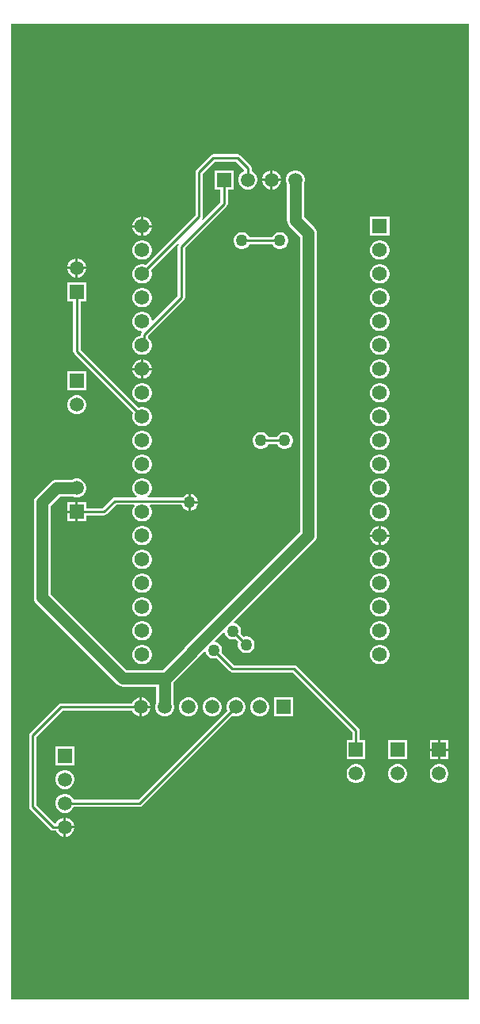
<source format=gbl>
G04*
G04 #@! TF.GenerationSoftware,Altium Limited,Altium Designer,23.3.1 (30)*
G04*
G04 Layer_Physical_Order=2*
G04 Layer_Color=16711680*
%FSLAX25Y25*%
%MOIN*%
G70*
G04*
G04 #@! TF.SameCoordinates,3938952C-0909-4C2D-B6D7-9D2AFB1CA47D*
G04*
G04*
G04 #@! TF.FilePolarity,Positive*
G04*
G01*
G75*
%ADD11C,0.01000*%
%ADD21C,0.05000*%
%ADD22C,0.06142*%
%ADD23R,0.06142X0.06142*%
%ADD24R,0.05906X0.05906*%
%ADD25C,0.05906*%
%ADD26R,0.05906X0.05906*%
%ADD27C,0.05000*%
G36*
X647500Y85000D02*
X455000D01*
Y495000D01*
X647500D01*
Y85000D01*
D02*
G37*
%LPC*%
G36*
X565020Y433453D02*
X565000D01*
Y430000D01*
X568453D01*
Y430020D01*
X568183Y431026D01*
X567663Y431927D01*
X566927Y432663D01*
X566026Y433183D01*
X565020Y433453D01*
D02*
G37*
G36*
X564000D02*
X563980D01*
X562974Y433183D01*
X562073Y432663D01*
X561337Y431927D01*
X560817Y431026D01*
X560547Y430020D01*
Y430000D01*
X564000D01*
Y433453D01*
D02*
G37*
G36*
X568453Y429000D02*
X565000D01*
Y425547D01*
X565020D01*
X566026Y425817D01*
X566927Y426337D01*
X567663Y427073D01*
X568183Y427974D01*
X568453Y428980D01*
Y429000D01*
D02*
G37*
G36*
X564000D02*
X560547D01*
Y428980D01*
X560817Y427974D01*
X561337Y427073D01*
X562073Y426337D01*
X562974Y425817D01*
X563980Y425547D01*
X564000D01*
Y429000D01*
D02*
G37*
G36*
X550265Y440265D02*
X540000D01*
X539415Y440148D01*
X538918Y439817D01*
X532919Y433817D01*
X532587Y433321D01*
X532471Y432735D01*
Y414634D01*
X511609Y393772D01*
X511571Y393793D01*
X510536Y394071D01*
X509464D01*
X508429Y393793D01*
X507500Y393257D01*
X506742Y392500D01*
X506207Y391571D01*
X505929Y390536D01*
Y389464D01*
X506207Y388429D01*
X506742Y387500D01*
X507500Y386742D01*
X508429Y386207D01*
X509464Y385929D01*
X510536D01*
X511571Y386207D01*
X512500Y386742D01*
X513258Y387500D01*
X513793Y388429D01*
X514071Y389464D01*
Y390536D01*
X513793Y391571D01*
X513772Y391609D01*
X524979Y402817D01*
X525368Y402498D01*
X525103Y402101D01*
X524986Y401515D01*
Y380685D01*
X514533Y370232D01*
X514071Y370423D01*
Y370536D01*
X513793Y371571D01*
X513258Y372500D01*
X512500Y373257D01*
X511571Y373793D01*
X510536Y374071D01*
X509464D01*
X508429Y373793D01*
X507500Y373257D01*
X506742Y372500D01*
X506207Y371571D01*
X505929Y370536D01*
Y369464D01*
X506207Y368429D01*
X506742Y367500D01*
X507500Y366742D01*
X508429Y366207D01*
X509464Y365929D01*
X509562D01*
X509788Y365429D01*
X509571Y365105D01*
X509454Y364520D01*
Y364068D01*
X508429Y363793D01*
X507500Y363258D01*
X506742Y362500D01*
X506207Y361571D01*
X505929Y360536D01*
Y359464D01*
X506207Y358429D01*
X506742Y357500D01*
X507500Y356743D01*
X508429Y356207D01*
X509464Y355929D01*
X510536D01*
X511571Y356207D01*
X512500Y356743D01*
X513258Y357500D01*
X513793Y358429D01*
X514071Y359464D01*
Y360536D01*
X513793Y361571D01*
X513258Y362500D01*
X512513Y363244D01*
Y363886D01*
X527597Y378970D01*
X527928Y379466D01*
X528045Y380051D01*
Y400882D01*
X545581Y418419D01*
X545913Y418915D01*
X546029Y419500D01*
Y425547D01*
X548453D01*
Y433453D01*
X540547D01*
Y425547D01*
X542971D01*
Y420133D01*
X535536Y412699D01*
X535148Y413018D01*
X535413Y413415D01*
X535529Y414000D01*
Y432102D01*
X540633Y437206D01*
X549631D01*
X552971Y433867D01*
Y433181D01*
X552073Y432663D01*
X551337Y431927D01*
X550817Y431026D01*
X550547Y430020D01*
Y428980D01*
X550817Y427974D01*
X551337Y427073D01*
X552073Y426337D01*
X552974Y425817D01*
X553980Y425547D01*
X555020D01*
X556026Y425817D01*
X556927Y426337D01*
X557663Y427073D01*
X558183Y427974D01*
X558453Y428980D01*
Y430020D01*
X558183Y431026D01*
X557663Y431927D01*
X556927Y432663D01*
X556029Y433181D01*
Y434500D01*
X555913Y435085D01*
X555581Y435581D01*
X551346Y439817D01*
X550850Y440148D01*
X550265Y440265D01*
D02*
G37*
G36*
X510536Y414071D02*
X510500D01*
Y410500D01*
X514071D01*
Y410536D01*
X513793Y411571D01*
X513258Y412500D01*
X512500Y413258D01*
X511571Y413793D01*
X510536Y414071D01*
D02*
G37*
G36*
X509500D02*
X509464D01*
X508429Y413793D01*
X507500Y413258D01*
X506742Y412500D01*
X506207Y411571D01*
X505929Y410536D01*
Y410500D01*
X509500D01*
Y414071D01*
D02*
G37*
G36*
X614071D02*
X605929D01*
Y405929D01*
X614071D01*
Y414071D01*
D02*
G37*
G36*
X514071Y409500D02*
X510500D01*
Y405929D01*
X510536D01*
X511571Y406207D01*
X512500Y406742D01*
X513258Y407500D01*
X513793Y408429D01*
X514071Y409464D01*
Y409500D01*
D02*
G37*
G36*
X509500D02*
X505929D01*
Y409464D01*
X506207Y408429D01*
X506742Y407500D01*
X507500Y406742D01*
X508429Y406207D01*
X509464Y405929D01*
X509500D01*
Y409500D01*
D02*
G37*
G36*
X568461Y407500D02*
X567539D01*
X566649Y407262D01*
X565851Y406801D01*
X565199Y406149D01*
X564842Y405529D01*
X555159D01*
X554801Y406149D01*
X554149Y406801D01*
X553351Y407262D01*
X552461Y407500D01*
X551539D01*
X550649Y407262D01*
X549851Y406801D01*
X549199Y406149D01*
X548738Y405351D01*
X548500Y404461D01*
Y403539D01*
X548738Y402649D01*
X549199Y401851D01*
X549851Y401199D01*
X550649Y400738D01*
X551539Y400500D01*
X552461D01*
X553351Y400738D01*
X554149Y401199D01*
X554801Y401851D01*
X555159Y402471D01*
X564842D01*
X565199Y401851D01*
X565851Y401199D01*
X566649Y400738D01*
X567539Y400500D01*
X568461D01*
X569351Y400738D01*
X570149Y401199D01*
X570801Y401851D01*
X571262Y402649D01*
X571500Y403539D01*
Y404461D01*
X571262Y405351D01*
X570801Y406149D01*
X570149Y406801D01*
X569351Y407262D01*
X568461Y407500D01*
D02*
G37*
G36*
X610536Y404071D02*
X609464D01*
X608429Y403793D01*
X607500Y403258D01*
X606742Y402500D01*
X606207Y401571D01*
X605929Y400536D01*
Y399464D01*
X606207Y398429D01*
X606742Y397500D01*
X607500Y396743D01*
X608429Y396207D01*
X609464Y395929D01*
X610536D01*
X611571Y396207D01*
X612500Y396743D01*
X613258Y397500D01*
X613793Y398429D01*
X614071Y399464D01*
Y400536D01*
X613793Y401571D01*
X613258Y402500D01*
X612500Y403258D01*
X611571Y403793D01*
X610536Y404071D01*
D02*
G37*
G36*
X510536D02*
X509464D01*
X508429Y403793D01*
X507500Y403258D01*
X506742Y402500D01*
X506207Y401571D01*
X505929Y400536D01*
Y399464D01*
X506207Y398429D01*
X506742Y397500D01*
X507500Y396743D01*
X508429Y396207D01*
X509464Y395929D01*
X510536D01*
X511571Y396207D01*
X512500Y396743D01*
X513258Y397500D01*
X513793Y398429D01*
X514071Y399464D01*
Y400536D01*
X513793Y401571D01*
X513258Y402500D01*
X512500Y403258D01*
X511571Y403793D01*
X510536Y404071D01*
D02*
G37*
G36*
X483020Y396453D02*
X483000D01*
Y393000D01*
X486453D01*
Y393020D01*
X486183Y394026D01*
X485663Y394927D01*
X484927Y395663D01*
X484026Y396183D01*
X483020Y396453D01*
D02*
G37*
G36*
X482000D02*
X481980D01*
X480974Y396183D01*
X480073Y395663D01*
X479337Y394927D01*
X478817Y394026D01*
X478547Y393020D01*
Y393000D01*
X482000D01*
Y396453D01*
D02*
G37*
G36*
X486453Y392000D02*
X483000D01*
Y388547D01*
X483020D01*
X484026Y388817D01*
X484927Y389337D01*
X485663Y390073D01*
X486183Y390974D01*
X486453Y391980D01*
Y392000D01*
D02*
G37*
G36*
X482000D02*
X478547D01*
Y391980D01*
X478817Y390974D01*
X479337Y390073D01*
X480073Y389337D01*
X480974Y388817D01*
X481980Y388547D01*
X482000D01*
Y392000D01*
D02*
G37*
G36*
X610536Y394071D02*
X609464D01*
X608429Y393793D01*
X607500Y393257D01*
X606742Y392500D01*
X606207Y391571D01*
X605929Y390536D01*
Y389464D01*
X606207Y388429D01*
X606742Y387500D01*
X607500Y386742D01*
X608429Y386207D01*
X609464Y385929D01*
X610536D01*
X611571Y386207D01*
X612500Y386742D01*
X613258Y387500D01*
X613793Y388429D01*
X614071Y389464D01*
Y390536D01*
X613793Y391571D01*
X613258Y392500D01*
X612500Y393257D01*
X611571Y393793D01*
X610536Y394071D01*
D02*
G37*
G36*
Y384071D02*
X609464D01*
X608429Y383793D01*
X607500Y383258D01*
X606742Y382500D01*
X606207Y381571D01*
X605929Y380536D01*
Y379464D01*
X606207Y378429D01*
X606742Y377500D01*
X607500Y376743D01*
X608429Y376207D01*
X609464Y375929D01*
X610536D01*
X611571Y376207D01*
X612500Y376743D01*
X613258Y377500D01*
X613793Y378429D01*
X614071Y379464D01*
Y380536D01*
X613793Y381571D01*
X613258Y382500D01*
X612500Y383258D01*
X611571Y383793D01*
X610536Y384071D01*
D02*
G37*
G36*
X510536D02*
X509464D01*
X508429Y383793D01*
X507500Y383258D01*
X506742Y382500D01*
X506207Y381571D01*
X505929Y380536D01*
Y379464D01*
X506207Y378429D01*
X506742Y377500D01*
X507500Y376743D01*
X508429Y376207D01*
X509464Y375929D01*
X510536D01*
X511571Y376207D01*
X512500Y376743D01*
X513258Y377500D01*
X513793Y378429D01*
X514071Y379464D01*
Y380536D01*
X513793Y381571D01*
X513258Y382500D01*
X512500Y383258D01*
X511571Y383793D01*
X510536Y384071D01*
D02*
G37*
G36*
X610536Y374071D02*
X609464D01*
X608429Y373793D01*
X607500Y373257D01*
X606742Y372500D01*
X606207Y371571D01*
X605929Y370536D01*
Y369464D01*
X606207Y368429D01*
X606742Y367500D01*
X607500Y366742D01*
X608429Y366207D01*
X609464Y365929D01*
X610536D01*
X611571Y366207D01*
X612500Y366742D01*
X613258Y367500D01*
X613793Y368429D01*
X614071Y369464D01*
Y370536D01*
X613793Y371571D01*
X613258Y372500D01*
X612500Y373257D01*
X611571Y373793D01*
X610536Y374071D01*
D02*
G37*
G36*
Y364071D02*
X609464D01*
X608429Y363793D01*
X607500Y363258D01*
X606742Y362500D01*
X606207Y361571D01*
X605929Y360536D01*
Y359464D01*
X606207Y358429D01*
X606742Y357500D01*
X607500Y356743D01*
X608429Y356207D01*
X609464Y355929D01*
X610536D01*
X611571Y356207D01*
X612500Y356743D01*
X613258Y357500D01*
X613793Y358429D01*
X614071Y359464D01*
Y360536D01*
X613793Y361571D01*
X613258Y362500D01*
X612500Y363258D01*
X611571Y363793D01*
X610536Y364071D01*
D02*
G37*
G36*
X510536Y354071D02*
X510500D01*
Y350500D01*
X514071D01*
Y350536D01*
X513793Y351571D01*
X513258Y352500D01*
X512500Y353257D01*
X511571Y353793D01*
X510536Y354071D01*
D02*
G37*
G36*
X509500D02*
X509464D01*
X508429Y353793D01*
X507500Y353257D01*
X506742Y352500D01*
X506207Y351571D01*
X505929Y350536D01*
Y350500D01*
X509500D01*
Y354071D01*
D02*
G37*
G36*
X610536D02*
X609464D01*
X608429Y353793D01*
X607500Y353257D01*
X606742Y352500D01*
X606207Y351571D01*
X605929Y350536D01*
Y349464D01*
X606207Y348429D01*
X606742Y347500D01*
X607500Y346743D01*
X608429Y346207D01*
X609464Y345929D01*
X610536D01*
X611571Y346207D01*
X612500Y346743D01*
X613258Y347500D01*
X613793Y348429D01*
X614071Y349464D01*
Y350536D01*
X613793Y351571D01*
X613258Y352500D01*
X612500Y353257D01*
X611571Y353793D01*
X610536Y354071D01*
D02*
G37*
G36*
X514071Y349500D02*
X510500D01*
Y345929D01*
X510536D01*
X511571Y346207D01*
X512500Y346743D01*
X513258Y347500D01*
X513793Y348429D01*
X514071Y349464D01*
Y349500D01*
D02*
G37*
G36*
X509500D02*
X505929D01*
Y349464D01*
X506207Y348429D01*
X506742Y347500D01*
X507500Y346743D01*
X508429Y346207D01*
X509464Y345929D01*
X509500D01*
Y349500D01*
D02*
G37*
G36*
X486453Y348953D02*
X478547D01*
Y341047D01*
X486453D01*
Y348953D01*
D02*
G37*
G36*
X610536Y344071D02*
X609464D01*
X608429Y343793D01*
X607500Y343257D01*
X606742Y342500D01*
X606207Y341571D01*
X605929Y340536D01*
Y339464D01*
X606207Y338429D01*
X606742Y337500D01*
X607500Y336742D01*
X608429Y336207D01*
X609464Y335929D01*
X610536D01*
X611571Y336207D01*
X612500Y336742D01*
X613258Y337500D01*
X613793Y338429D01*
X614071Y339464D01*
Y340536D01*
X613793Y341571D01*
X613258Y342500D01*
X612500Y343257D01*
X611571Y343793D01*
X610536Y344071D01*
D02*
G37*
G36*
X510536D02*
X509464D01*
X508429Y343793D01*
X507500Y343257D01*
X506742Y342500D01*
X506207Y341571D01*
X505929Y340536D01*
Y339464D01*
X506207Y338429D01*
X506742Y337500D01*
X507500Y336742D01*
X508429Y336207D01*
X509464Y335929D01*
X510536D01*
X511571Y336207D01*
X512500Y336742D01*
X513258Y337500D01*
X513793Y338429D01*
X514071Y339464D01*
Y340536D01*
X513793Y341571D01*
X513258Y342500D01*
X512500Y343257D01*
X511571Y343793D01*
X510536Y344071D01*
D02*
G37*
G36*
X483020Y338953D02*
X481980D01*
X480974Y338683D01*
X480073Y338163D01*
X479337Y337427D01*
X478817Y336526D01*
X478547Y335520D01*
Y334480D01*
X478817Y333474D01*
X479337Y332573D01*
X480073Y331837D01*
X480974Y331317D01*
X481980Y331047D01*
X483020D01*
X484026Y331317D01*
X484927Y331837D01*
X485663Y332573D01*
X486183Y333474D01*
X486453Y334480D01*
Y335520D01*
X486183Y336526D01*
X485663Y337427D01*
X484927Y338163D01*
X484026Y338683D01*
X483020Y338953D01*
D02*
G37*
G36*
X610536Y334071D02*
X609464D01*
X608429Y333793D01*
X607500Y333258D01*
X606742Y332500D01*
X606207Y331571D01*
X605929Y330536D01*
Y329464D01*
X606207Y328429D01*
X606742Y327500D01*
X607500Y326743D01*
X608429Y326207D01*
X609464Y325929D01*
X610536D01*
X611571Y326207D01*
X612500Y326743D01*
X613258Y327500D01*
X613793Y328429D01*
X614071Y329464D01*
Y330536D01*
X613793Y331571D01*
X613258Y332500D01*
X612500Y333258D01*
X611571Y333793D01*
X610536Y334071D01*
D02*
G37*
G36*
X486453Y386453D02*
X478547D01*
Y378547D01*
X480971D01*
Y357500D01*
X481087Y356915D01*
X481419Y356419D01*
X506228Y331609D01*
X506207Y331571D01*
X505929Y330536D01*
Y329464D01*
X506207Y328429D01*
X506742Y327500D01*
X507500Y326743D01*
X508429Y326207D01*
X509464Y325929D01*
X510536D01*
X511571Y326207D01*
X512500Y326743D01*
X513258Y327500D01*
X513793Y328429D01*
X514071Y329464D01*
Y330536D01*
X513793Y331571D01*
X513258Y332500D01*
X512500Y333258D01*
X511571Y333793D01*
X510536Y334071D01*
X509464D01*
X508429Y333793D01*
X508391Y333772D01*
X484029Y358134D01*
Y378547D01*
X486453D01*
Y386453D01*
D02*
G37*
G36*
X570461Y323500D02*
X569539D01*
X568649Y323261D01*
X567851Y322801D01*
X567199Y322149D01*
X566842Y321529D01*
X563159D01*
X562801Y322149D01*
X562149Y322801D01*
X561351Y323261D01*
X560461Y323500D01*
X559539D01*
X558649Y323261D01*
X557851Y322801D01*
X557199Y322149D01*
X556739Y321351D01*
X556500Y320461D01*
Y319539D01*
X556739Y318649D01*
X557199Y317851D01*
X557851Y317199D01*
X558649Y316739D01*
X559539Y316500D01*
X560461D01*
X561351Y316739D01*
X562149Y317199D01*
X562801Y317851D01*
X563159Y318471D01*
X566842D01*
X567199Y317851D01*
X567851Y317199D01*
X568649Y316739D01*
X569539Y316500D01*
X570461D01*
X571351Y316739D01*
X572149Y317199D01*
X572801Y317851D01*
X573261Y318649D01*
X573500Y319539D01*
Y320461D01*
X573261Y321351D01*
X572801Y322149D01*
X572149Y322801D01*
X571351Y323261D01*
X570461Y323500D01*
D02*
G37*
G36*
X610536Y324071D02*
X609464D01*
X608429Y323793D01*
X607500Y323257D01*
X606742Y322500D01*
X606207Y321571D01*
X605929Y320536D01*
Y319464D01*
X606207Y318429D01*
X606742Y317500D01*
X607500Y316742D01*
X608429Y316207D01*
X609464Y315929D01*
X610536D01*
X611571Y316207D01*
X612500Y316742D01*
X613258Y317500D01*
X613793Y318429D01*
X614071Y319464D01*
Y320536D01*
X613793Y321571D01*
X613258Y322500D01*
X612500Y323257D01*
X611571Y323793D01*
X610536Y324071D01*
D02*
G37*
G36*
X510536D02*
X509464D01*
X508429Y323793D01*
X507500Y323257D01*
X506742Y322500D01*
X506207Y321571D01*
X505929Y320536D01*
Y319464D01*
X506207Y318429D01*
X506742Y317500D01*
X507500Y316742D01*
X508429Y316207D01*
X509464Y315929D01*
X510536D01*
X511571Y316207D01*
X512500Y316742D01*
X513258Y317500D01*
X513793Y318429D01*
X514071Y319464D01*
Y320536D01*
X513793Y321571D01*
X513258Y322500D01*
X512500Y323257D01*
X511571Y323793D01*
X510536Y324071D01*
D02*
G37*
G36*
X610536Y314071D02*
X609464D01*
X608429Y313793D01*
X607500Y313258D01*
X606742Y312500D01*
X606207Y311571D01*
X605929Y310536D01*
Y309464D01*
X606207Y308429D01*
X606742Y307500D01*
X607500Y306743D01*
X608429Y306207D01*
X609464Y305929D01*
X610536D01*
X611571Y306207D01*
X612500Y306743D01*
X613258Y307500D01*
X613793Y308429D01*
X614071Y309464D01*
Y310536D01*
X613793Y311571D01*
X613258Y312500D01*
X612500Y313258D01*
X611571Y313793D01*
X610536Y314071D01*
D02*
G37*
G36*
X510536D02*
X509464D01*
X508429Y313793D01*
X507500Y313258D01*
X506742Y312500D01*
X506207Y311571D01*
X505929Y310536D01*
Y309464D01*
X506207Y308429D01*
X506742Y307500D01*
X507500Y306743D01*
X508429Y306207D01*
X509464Y305929D01*
X510536D01*
X511571Y306207D01*
X512500Y306743D01*
X513258Y307500D01*
X513793Y308429D01*
X514071Y309464D01*
Y310536D01*
X513793Y311571D01*
X513258Y312500D01*
X512500Y313258D01*
X511571Y313793D01*
X510536Y314071D01*
D02*
G37*
G36*
X575020Y433453D02*
X573980D01*
X572974Y433183D01*
X572073Y432663D01*
X571337Y431927D01*
X570817Y431026D01*
X570547Y430020D01*
Y428980D01*
X570817Y427974D01*
X570970Y427709D01*
Y412500D01*
X571090Y411586D01*
X571443Y410735D01*
X572004Y410004D01*
X576470Y405538D01*
Y281604D01*
X528340Y233474D01*
X527871Y232863D01*
X518538Y223530D01*
X503462D01*
X482496Y244496D01*
X471530Y255462D01*
Y292538D01*
X475462Y296470D01*
X480709D01*
X480974Y296317D01*
X481980Y296047D01*
X483020D01*
X484026Y296317D01*
X484927Y296837D01*
X485663Y297573D01*
X486183Y298474D01*
X486453Y299480D01*
Y300520D01*
X486183Y301526D01*
X485663Y302427D01*
X484927Y303163D01*
X484026Y303683D01*
X483020Y303953D01*
X481980D01*
X480974Y303683D01*
X480709Y303530D01*
X474000D01*
X473086Y303410D01*
X472235Y303057D01*
X471504Y302496D01*
X465504Y296496D01*
X464943Y295765D01*
X464590Y294914D01*
X464470Y294000D01*
Y254000D01*
X464590Y253086D01*
X464943Y252235D01*
X465504Y251504D01*
X477504Y239504D01*
X499504Y217504D01*
X500235Y216943D01*
X501086Y216590D01*
X502000Y216470D01*
X515970D01*
Y209791D01*
X515817Y209526D01*
X515547Y208520D01*
Y207480D01*
X515817Y206474D01*
X516337Y205573D01*
X517073Y204837D01*
X517974Y204317D01*
X518980Y204047D01*
X520020D01*
X521026Y204317D01*
X521927Y204837D01*
X522663Y205573D01*
X523183Y206474D01*
X523453Y207480D01*
Y208520D01*
X523183Y209526D01*
X523030Y209791D01*
Y218038D01*
X533332Y228340D01*
X533801Y228950D01*
X536204Y231353D01*
X536725Y231168D01*
X536910Y230477D01*
X537371Y229679D01*
X538023Y229028D01*
X538821Y228567D01*
X539711Y228328D01*
X540632D01*
X541324Y228514D01*
X546919Y222919D01*
X547415Y222587D01*
X548000Y222471D01*
X573366D01*
X598471Y197366D01*
Y193953D01*
X596047D01*
Y186047D01*
X603953D01*
Y193953D01*
X601529D01*
Y198000D01*
X601413Y198585D01*
X601081Y199081D01*
X575081Y225081D01*
X574585Y225413D01*
X574000Y225529D01*
X548633D01*
X543486Y230677D01*
X543672Y231368D01*
Y232289D01*
X543433Y233179D01*
X542972Y233978D01*
X542321Y234629D01*
X541523Y235090D01*
X540832Y235275D01*
X540647Y235796D01*
X544204Y239353D01*
X544725Y239168D01*
X544910Y238477D01*
X545371Y237679D01*
X546023Y237028D01*
X546821Y236567D01*
X547711Y236328D01*
X548632D01*
X549324Y236514D01*
X550514Y235324D01*
X550328Y234632D01*
Y233711D01*
X550567Y232821D01*
X551028Y232023D01*
X551679Y231371D01*
X552478Y230910D01*
X553368Y230672D01*
X554289D01*
X555179Y230910D01*
X555977Y231371D01*
X556629Y232023D01*
X557090Y232821D01*
X557328Y233711D01*
Y234632D01*
X557090Y235523D01*
X556629Y236321D01*
X555977Y236972D01*
X555179Y237433D01*
X554289Y237672D01*
X553368D01*
X552676Y237486D01*
X551486Y238677D01*
X551672Y239368D01*
Y240289D01*
X551433Y241179D01*
X550972Y241978D01*
X550321Y242629D01*
X549522Y243090D01*
X548832Y243275D01*
X548647Y243796D01*
X582496Y277646D01*
X583057Y278377D01*
X583410Y279228D01*
X583530Y280142D01*
Y407000D01*
X583410Y407914D01*
X583057Y408765D01*
X582496Y409496D01*
X578030Y413962D01*
Y427709D01*
X578183Y427974D01*
X578453Y428980D01*
Y430020D01*
X578183Y431026D01*
X577663Y431927D01*
X576927Y432663D01*
X576026Y433183D01*
X575020Y433453D01*
D02*
G37*
G36*
X610536Y304071D02*
X609464D01*
X608429Y303793D01*
X607500Y303257D01*
X606742Y302500D01*
X606207Y301571D01*
X605929Y300536D01*
Y299464D01*
X606207Y298429D01*
X606742Y297500D01*
X607500Y296743D01*
X608429Y296207D01*
X609464Y295929D01*
X610536D01*
X611571Y296207D01*
X612500Y296743D01*
X613258Y297500D01*
X613793Y298429D01*
X614071Y299464D01*
Y300536D01*
X613793Y301571D01*
X613258Y302500D01*
X612500Y303257D01*
X611571Y303793D01*
X610536Y304071D01*
D02*
G37*
G36*
X530500Y297490D02*
Y294500D01*
X533490D01*
X533261Y295351D01*
X532801Y296149D01*
X532149Y296801D01*
X531351Y297262D01*
X530500Y297490D01*
D02*
G37*
G36*
X510536Y304071D02*
X509464D01*
X508429Y303793D01*
X507500Y303257D01*
X506742Y302500D01*
X506207Y301571D01*
X505929Y300536D01*
Y299464D01*
X506207Y298429D01*
X506742Y297500D01*
X507500Y296743D01*
X507747Y296600D01*
X507613Y296100D01*
X498571D01*
X497986Y295984D01*
X497489Y295652D01*
X493366Y291529D01*
X486453D01*
Y293953D01*
X483000D01*
Y290000D01*
Y286047D01*
X486453D01*
Y288471D01*
X494000D01*
X494585Y288587D01*
X495081Y288919D01*
X499204Y293041D01*
X506631D01*
X506822Y292580D01*
X506742Y292500D01*
X506207Y291571D01*
X505929Y290536D01*
Y289464D01*
X506207Y288429D01*
X506742Y287500D01*
X507500Y286742D01*
X508429Y286207D01*
X509464Y285929D01*
X510536D01*
X511571Y286207D01*
X512500Y286742D01*
X513258Y287500D01*
X513793Y288429D01*
X514071Y289464D01*
Y290536D01*
X513793Y291571D01*
X513258Y292500D01*
X513177Y292580D01*
X513369Y293041D01*
X526633D01*
X526739Y292649D01*
X527199Y291851D01*
X527851Y291199D01*
X528649Y290739D01*
X529500Y290511D01*
Y294000D01*
Y297490D01*
X528649Y297262D01*
X527851Y296801D01*
X527199Y296149D01*
X527171Y296100D01*
X512387D01*
X512253Y296600D01*
X512500Y296743D01*
X513258Y297500D01*
X513793Y298429D01*
X514071Y299464D01*
Y300536D01*
X513793Y301571D01*
X513258Y302500D01*
X512500Y303257D01*
X511571Y303793D01*
X510536Y304071D01*
D02*
G37*
G36*
X533490Y293500D02*
X530500D01*
Y290511D01*
X531351Y290739D01*
X532149Y291199D01*
X532801Y291851D01*
X533261Y292649D01*
X533490Y293500D01*
D02*
G37*
G36*
X482000Y293953D02*
X478547D01*
Y290500D01*
X482000D01*
Y293953D01*
D02*
G37*
G36*
Y289500D02*
X478547D01*
Y286047D01*
X482000D01*
Y289500D01*
D02*
G37*
G36*
X610536Y294071D02*
X609464D01*
X608429Y293793D01*
X607500Y293257D01*
X606742Y292500D01*
X606207Y291571D01*
X605929Y290536D01*
Y289464D01*
X606207Y288429D01*
X606742Y287500D01*
X607500Y286742D01*
X608429Y286207D01*
X609464Y285929D01*
X610536D01*
X611571Y286207D01*
X612500Y286742D01*
X613258Y287500D01*
X613793Y288429D01*
X614071Y289464D01*
Y290536D01*
X613793Y291571D01*
X613258Y292500D01*
X612500Y293257D01*
X611571Y293793D01*
X610536Y294071D01*
D02*
G37*
G36*
Y284071D02*
X610500D01*
Y280500D01*
X614071D01*
Y280536D01*
X613793Y281571D01*
X613258Y282500D01*
X612500Y283258D01*
X611571Y283793D01*
X610536Y284071D01*
D02*
G37*
G36*
X609500D02*
X609464D01*
X608429Y283793D01*
X607500Y283258D01*
X606742Y282500D01*
X606207Y281571D01*
X605929Y280536D01*
Y280500D01*
X609500D01*
Y284071D01*
D02*
G37*
G36*
X614071Y279500D02*
X610500D01*
Y275929D01*
X610536D01*
X611571Y276207D01*
X612500Y276743D01*
X613258Y277500D01*
X613793Y278429D01*
X614071Y279464D01*
Y279500D01*
D02*
G37*
G36*
X609500D02*
X605929D01*
Y279464D01*
X606207Y278429D01*
X606742Y277500D01*
X607500Y276743D01*
X608429Y276207D01*
X609464Y275929D01*
X609500D01*
Y279500D01*
D02*
G37*
G36*
X510536Y284071D02*
X509464D01*
X508429Y283793D01*
X507500Y283258D01*
X506742Y282500D01*
X506207Y281571D01*
X505929Y280536D01*
Y279464D01*
X506207Y278429D01*
X506742Y277500D01*
X507500Y276743D01*
X508429Y276207D01*
X509464Y275929D01*
X510536D01*
X511571Y276207D01*
X512500Y276743D01*
X513258Y277500D01*
X513793Y278429D01*
X514071Y279464D01*
Y280536D01*
X513793Y281571D01*
X513258Y282500D01*
X512500Y283258D01*
X511571Y283793D01*
X510536Y284071D01*
D02*
G37*
G36*
X610536Y274071D02*
X609464D01*
X608429Y273793D01*
X607500Y273257D01*
X606742Y272500D01*
X606207Y271571D01*
X605929Y270536D01*
Y269464D01*
X606207Y268429D01*
X606742Y267500D01*
X607500Y266742D01*
X608429Y266207D01*
X609464Y265929D01*
X610536D01*
X611571Y266207D01*
X612500Y266742D01*
X613258Y267500D01*
X613793Y268429D01*
X614071Y269464D01*
Y270536D01*
X613793Y271571D01*
X613258Y272500D01*
X612500Y273257D01*
X611571Y273793D01*
X610536Y274071D01*
D02*
G37*
G36*
X510536D02*
X509464D01*
X508429Y273793D01*
X507500Y273257D01*
X506742Y272500D01*
X506207Y271571D01*
X505929Y270536D01*
Y269464D01*
X506207Y268429D01*
X506742Y267500D01*
X507500Y266742D01*
X508429Y266207D01*
X509464Y265929D01*
X510536D01*
X511571Y266207D01*
X512500Y266742D01*
X513258Y267500D01*
X513793Y268429D01*
X514071Y269464D01*
Y270536D01*
X513793Y271571D01*
X513258Y272500D01*
X512500Y273257D01*
X511571Y273793D01*
X510536Y274071D01*
D02*
G37*
G36*
X610536Y264071D02*
X609464D01*
X608429Y263793D01*
X607500Y263258D01*
X606742Y262500D01*
X606207Y261571D01*
X605929Y260536D01*
Y259464D01*
X606207Y258429D01*
X606742Y257500D01*
X607500Y256743D01*
X608429Y256207D01*
X609464Y255929D01*
X610536D01*
X611571Y256207D01*
X612500Y256743D01*
X613258Y257500D01*
X613793Y258429D01*
X614071Y259464D01*
Y260536D01*
X613793Y261571D01*
X613258Y262500D01*
X612500Y263258D01*
X611571Y263793D01*
X610536Y264071D01*
D02*
G37*
G36*
X510536D02*
X509464D01*
X508429Y263793D01*
X507500Y263258D01*
X506742Y262500D01*
X506207Y261571D01*
X505929Y260536D01*
Y259464D01*
X506207Y258429D01*
X506742Y257500D01*
X507500Y256743D01*
X508429Y256207D01*
X509464Y255929D01*
X510536D01*
X511571Y256207D01*
X512500Y256743D01*
X513258Y257500D01*
X513793Y258429D01*
X514071Y259464D01*
Y260536D01*
X513793Y261571D01*
X513258Y262500D01*
X512500Y263258D01*
X511571Y263793D01*
X510536Y264071D01*
D02*
G37*
G36*
X610536Y254071D02*
X609464D01*
X608429Y253793D01*
X607500Y253257D01*
X606742Y252500D01*
X606207Y251571D01*
X605929Y250536D01*
Y249464D01*
X606207Y248429D01*
X606742Y247500D01*
X607500Y246743D01*
X608429Y246207D01*
X609464Y245929D01*
X610536D01*
X611571Y246207D01*
X612500Y246743D01*
X613258Y247500D01*
X613793Y248429D01*
X614071Y249464D01*
Y250536D01*
X613793Y251571D01*
X613258Y252500D01*
X612500Y253257D01*
X611571Y253793D01*
X610536Y254071D01*
D02*
G37*
G36*
X510536D02*
X509464D01*
X508429Y253793D01*
X507500Y253257D01*
X506742Y252500D01*
X506207Y251571D01*
X505929Y250536D01*
Y249464D01*
X506207Y248429D01*
X506742Y247500D01*
X507500Y246743D01*
X508429Y246207D01*
X509464Y245929D01*
X510536D01*
X511571Y246207D01*
X512500Y246743D01*
X513258Y247500D01*
X513793Y248429D01*
X514071Y249464D01*
Y250536D01*
X513793Y251571D01*
X513258Y252500D01*
X512500Y253257D01*
X511571Y253793D01*
X510536Y254071D01*
D02*
G37*
G36*
X610536Y244071D02*
X609464D01*
X608429Y243793D01*
X607500Y243257D01*
X606742Y242500D01*
X606207Y241571D01*
X605929Y240536D01*
Y239464D01*
X606207Y238429D01*
X606742Y237500D01*
X607500Y236742D01*
X608429Y236207D01*
X609464Y235929D01*
X610536D01*
X611571Y236207D01*
X612500Y236742D01*
X613258Y237500D01*
X613793Y238429D01*
X614071Y239464D01*
Y240536D01*
X613793Y241571D01*
X613258Y242500D01*
X612500Y243257D01*
X611571Y243793D01*
X610536Y244071D01*
D02*
G37*
G36*
X510536D02*
X509464D01*
X508429Y243793D01*
X507500Y243257D01*
X506742Y242500D01*
X506207Y241571D01*
X505929Y240536D01*
Y239464D01*
X506207Y238429D01*
X506742Y237500D01*
X507500Y236742D01*
X508429Y236207D01*
X509464Y235929D01*
X510536D01*
X511571Y236207D01*
X512500Y236742D01*
X513258Y237500D01*
X513793Y238429D01*
X514071Y239464D01*
Y240536D01*
X513793Y241571D01*
X513258Y242500D01*
X512500Y243257D01*
X511571Y243793D01*
X510536Y244071D01*
D02*
G37*
G36*
X610536Y234071D02*
X609464D01*
X608429Y233793D01*
X607500Y233258D01*
X606742Y232500D01*
X606207Y231571D01*
X605929Y230536D01*
Y229464D01*
X606207Y228429D01*
X606742Y227500D01*
X607500Y226743D01*
X608429Y226207D01*
X609464Y225929D01*
X610536D01*
X611571Y226207D01*
X612500Y226743D01*
X613258Y227500D01*
X613793Y228429D01*
X614071Y229464D01*
Y230536D01*
X613793Y231571D01*
X613258Y232500D01*
X612500Y233258D01*
X611571Y233793D01*
X610536Y234071D01*
D02*
G37*
G36*
X510536D02*
X509464D01*
X508429Y233793D01*
X507500Y233258D01*
X506742Y232500D01*
X506207Y231571D01*
X505929Y230536D01*
Y229464D01*
X506207Y228429D01*
X506742Y227500D01*
X507500Y226743D01*
X508429Y226207D01*
X509464Y225929D01*
X510536D01*
X511571Y226207D01*
X512500Y226743D01*
X513258Y227500D01*
X513793Y228429D01*
X514071Y229464D01*
Y230536D01*
X513793Y231571D01*
X513258Y232500D01*
X512500Y233258D01*
X511571Y233793D01*
X510536Y234071D01*
D02*
G37*
G36*
X510020Y211953D02*
X510000D01*
Y208500D01*
X513453D01*
Y208520D01*
X513183Y209526D01*
X512663Y210427D01*
X511927Y211163D01*
X511026Y211683D01*
X510020Y211953D01*
D02*
G37*
G36*
X573453D02*
X565547D01*
Y204047D01*
X573453D01*
Y211953D01*
D02*
G37*
G36*
X560020D02*
X558980D01*
X557974Y211683D01*
X557073Y211163D01*
X556337Y210427D01*
X555817Y209526D01*
X555547Y208520D01*
Y207480D01*
X555817Y206474D01*
X556337Y205573D01*
X557073Y204837D01*
X557974Y204317D01*
X558980Y204047D01*
X560020D01*
X561026Y204317D01*
X561927Y204837D01*
X562663Y205573D01*
X563183Y206474D01*
X563453Y207480D01*
Y208520D01*
X563183Y209526D01*
X562663Y210427D01*
X561927Y211163D01*
X561026Y211683D01*
X560020Y211953D01*
D02*
G37*
G36*
X550020D02*
X548980D01*
X547974Y211683D01*
X547073Y211163D01*
X546337Y210427D01*
X545817Y209526D01*
X545547Y208520D01*
Y207480D01*
X545816Y206478D01*
X508366Y169029D01*
X481181D01*
X480663Y169927D01*
X479927Y170663D01*
X479026Y171183D01*
X478020Y171453D01*
X476980D01*
X475974Y171183D01*
X475073Y170663D01*
X474337Y169927D01*
X473817Y169026D01*
X473547Y168020D01*
Y166980D01*
X473817Y165974D01*
X474337Y165073D01*
X475073Y164337D01*
X475974Y163817D01*
X476980Y163547D01*
X478020D01*
X479026Y163817D01*
X479927Y164337D01*
X480663Y165073D01*
X481181Y165971D01*
X509000D01*
X509585Y166087D01*
X510081Y166419D01*
X547978Y204315D01*
X548980Y204047D01*
X550020D01*
X551026Y204317D01*
X551927Y204837D01*
X552663Y205573D01*
X553183Y206474D01*
X553453Y207480D01*
Y208520D01*
X553183Y209526D01*
X552663Y210427D01*
X551927Y211163D01*
X551026Y211683D01*
X550020Y211953D01*
D02*
G37*
G36*
X540020D02*
X538980D01*
X537974Y211683D01*
X537073Y211163D01*
X536337Y210427D01*
X535817Y209526D01*
X535547Y208520D01*
Y207480D01*
X535817Y206474D01*
X536337Y205573D01*
X537073Y204837D01*
X537974Y204317D01*
X538980Y204047D01*
X540020D01*
X541026Y204317D01*
X541927Y204837D01*
X542663Y205573D01*
X543183Y206474D01*
X543453Y207480D01*
Y208520D01*
X543183Y209526D01*
X542663Y210427D01*
X541927Y211163D01*
X541026Y211683D01*
X540020Y211953D01*
D02*
G37*
G36*
X530020D02*
X528980D01*
X527974Y211683D01*
X527073Y211163D01*
X526337Y210427D01*
X525817Y209526D01*
X525547Y208520D01*
Y207480D01*
X525817Y206474D01*
X526337Y205573D01*
X527073Y204837D01*
X527974Y204317D01*
X528980Y204047D01*
X530020D01*
X531026Y204317D01*
X531927Y204837D01*
X532663Y205573D01*
X533183Y206474D01*
X533453Y207480D01*
Y208520D01*
X533183Y209526D01*
X532663Y210427D01*
X531927Y211163D01*
X531026Y211683D01*
X530020Y211953D01*
D02*
G37*
G36*
X513453Y207500D02*
X510000D01*
Y204047D01*
X510020D01*
X511026Y204317D01*
X511927Y204837D01*
X512663Y205573D01*
X513183Y206474D01*
X513453Y207480D01*
Y207500D01*
D02*
G37*
G36*
X509000Y211953D02*
X508980D01*
X507974Y211683D01*
X507073Y211163D01*
X506337Y210427D01*
X505819Y209529D01*
X476000D01*
X475415Y209413D01*
X474919Y209081D01*
X462919Y197081D01*
X462587Y196585D01*
X462471Y196000D01*
Y166000D01*
X462587Y165415D01*
X462919Y164919D01*
X471419Y156419D01*
X471915Y156087D01*
X472500Y155971D01*
X473819D01*
X474337Y155073D01*
X475073Y154337D01*
X475974Y153817D01*
X476980Y153547D01*
X477000D01*
Y157500D01*
Y161453D01*
X476980D01*
X475974Y161183D01*
X475073Y160663D01*
X474337Y159927D01*
X473819Y159029D01*
X473134D01*
X465529Y166633D01*
Y195367D01*
X476634Y206471D01*
X505819D01*
X506337Y205573D01*
X507073Y204837D01*
X507974Y204317D01*
X508980Y204047D01*
X509000D01*
Y208000D01*
Y211953D01*
D02*
G37*
G36*
X638953Y193953D02*
X635500D01*
Y190500D01*
X638953D01*
Y193953D01*
D02*
G37*
G36*
X634500D02*
X631047D01*
Y190500D01*
X634500D01*
Y193953D01*
D02*
G37*
G36*
X638953Y189500D02*
X635500D01*
Y186047D01*
X638953D01*
Y189500D01*
D02*
G37*
G36*
X634500D02*
X631047D01*
Y186047D01*
X634500D01*
Y189500D01*
D02*
G37*
G36*
X621453Y193953D02*
X613547D01*
Y186047D01*
X621453D01*
Y193953D01*
D02*
G37*
G36*
X481453Y191453D02*
X473547D01*
Y183547D01*
X481453D01*
Y191453D01*
D02*
G37*
G36*
X635520Y183953D02*
X634480D01*
X633474Y183683D01*
X632573Y183163D01*
X631837Y182427D01*
X631317Y181526D01*
X631047Y180520D01*
Y179480D01*
X631317Y178474D01*
X631837Y177573D01*
X632573Y176837D01*
X633474Y176317D01*
X634480Y176047D01*
X635520D01*
X636526Y176317D01*
X637427Y176837D01*
X638163Y177573D01*
X638683Y178474D01*
X638953Y179480D01*
Y180520D01*
X638683Y181526D01*
X638163Y182427D01*
X637427Y183163D01*
X636526Y183683D01*
X635520Y183953D01*
D02*
G37*
G36*
X618020D02*
X616980D01*
X615974Y183683D01*
X615073Y183163D01*
X614337Y182427D01*
X613817Y181526D01*
X613547Y180520D01*
Y179480D01*
X613817Y178474D01*
X614337Y177573D01*
X615073Y176837D01*
X615974Y176317D01*
X616980Y176047D01*
X618020D01*
X619026Y176317D01*
X619927Y176837D01*
X620663Y177573D01*
X621183Y178474D01*
X621453Y179480D01*
Y180520D01*
X621183Y181526D01*
X620663Y182427D01*
X619927Y183163D01*
X619026Y183683D01*
X618020Y183953D01*
D02*
G37*
G36*
X600520D02*
X599480D01*
X598474Y183683D01*
X597573Y183163D01*
X596837Y182427D01*
X596317Y181526D01*
X596047Y180520D01*
Y179480D01*
X596317Y178474D01*
X596837Y177573D01*
X597573Y176837D01*
X598474Y176317D01*
X599480Y176047D01*
X600520D01*
X601526Y176317D01*
X602427Y176837D01*
X603163Y177573D01*
X603683Y178474D01*
X603953Y179480D01*
Y180520D01*
X603683Y181526D01*
X603163Y182427D01*
X602427Y183163D01*
X601526Y183683D01*
X600520Y183953D01*
D02*
G37*
G36*
X478020Y181453D02*
X476980D01*
X475974Y181183D01*
X475073Y180663D01*
X474337Y179927D01*
X473817Y179026D01*
X473547Y178020D01*
Y176980D01*
X473817Y175974D01*
X474337Y175073D01*
X475073Y174337D01*
X475974Y173817D01*
X476980Y173547D01*
X478020D01*
X479026Y173817D01*
X479927Y174337D01*
X480663Y175073D01*
X481183Y175974D01*
X481453Y176980D01*
Y178020D01*
X481183Y179026D01*
X480663Y179927D01*
X479927Y180663D01*
X479026Y181183D01*
X478020Y181453D01*
D02*
G37*
G36*
Y161453D02*
X478000D01*
Y158000D01*
X481453D01*
Y158020D01*
X481183Y159026D01*
X480663Y159927D01*
X479927Y160663D01*
X479026Y161183D01*
X478020Y161453D01*
D02*
G37*
G36*
X481453Y157000D02*
X478000D01*
Y153547D01*
X478020D01*
X479026Y153817D01*
X479927Y154337D01*
X480663Y155073D01*
X481183Y155974D01*
X481453Y156980D01*
Y157000D01*
D02*
G37*
%LPD*%
D11*
X544500Y419500D02*
Y429500D01*
X554500D02*
Y434500D01*
X540000Y438735D02*
X550265D01*
X554500Y434500D01*
X534000Y432735D02*
X540000Y438735D01*
X534000Y414000D02*
Y432735D01*
X510000Y390000D02*
X534000Y414000D01*
X464000Y196000D02*
X476000Y208000D01*
X509500D01*
X464000Y166000D02*
Y196000D01*
Y166000D02*
X472500Y157500D01*
X477500D01*
Y167500D02*
X509000D01*
X549500Y208000D01*
X498571Y294571D02*
X529429D01*
X530000Y294000D01*
X540172Y230172D02*
Y231828D01*
X540172D01*
X548000Y224000D01*
X574000D01*
X600000Y198000D01*
Y190000D02*
Y198000D01*
X548172Y239828D02*
X553828Y234172D01*
X553828D01*
Y234172D02*
Y234172D01*
X560000Y320000D02*
X570000D01*
X552000Y404000D02*
X568000D01*
X494000Y290000D02*
X498571Y294571D01*
X482500Y290000D02*
X494000D01*
X482500Y357500D02*
X510000Y330000D01*
X482500Y357500D02*
Y382500D01*
X526515Y401515D02*
X544500Y419500D01*
X526515Y380051D02*
Y401515D01*
X510984Y364520D02*
X526515Y380051D01*
X510984Y360984D02*
Y364520D01*
X510000Y360000D02*
X510984Y360984D01*
D21*
X580000Y280142D02*
Y407000D01*
X574500Y412500D02*
Y429500D01*
Y412500D02*
X580000Y407000D01*
X480000Y242000D02*
X502000Y220000D01*
X468000Y254000D02*
X480000Y242000D01*
X530836Y230978D02*
X580000Y280142D01*
X530836Y230836D02*
Y230978D01*
X519500Y219500D02*
X530836Y230836D01*
X474000Y300000D02*
X482500D01*
X468000Y254000D02*
Y294000D01*
X474000Y300000D01*
X502000Y220000D02*
X519000D01*
X519500Y219500D01*
Y208000D02*
Y219500D01*
D22*
X510000Y230000D02*
D03*
Y240000D02*
D03*
Y250000D02*
D03*
Y260000D02*
D03*
Y270000D02*
D03*
Y280000D02*
D03*
Y290000D02*
D03*
Y300000D02*
D03*
Y310000D02*
D03*
Y320000D02*
D03*
Y330000D02*
D03*
Y340000D02*
D03*
Y350000D02*
D03*
Y360000D02*
D03*
Y370000D02*
D03*
Y380000D02*
D03*
Y390000D02*
D03*
Y400000D02*
D03*
Y410000D02*
D03*
X610000Y240000D02*
D03*
Y250000D02*
D03*
Y260000D02*
D03*
Y270000D02*
D03*
Y280000D02*
D03*
Y290000D02*
D03*
Y300000D02*
D03*
Y310000D02*
D03*
Y320000D02*
D03*
Y330000D02*
D03*
Y340000D02*
D03*
Y350000D02*
D03*
Y360000D02*
D03*
Y370000D02*
D03*
Y380000D02*
D03*
Y390000D02*
D03*
Y230000D02*
D03*
Y400000D02*
D03*
D23*
Y410000D02*
D03*
D24*
X544500Y429500D02*
D03*
X569500Y208000D02*
D03*
D25*
X554500Y429500D02*
D03*
X564500D02*
D03*
X574500D02*
D03*
X477500Y177500D02*
D03*
Y167500D02*
D03*
Y157500D02*
D03*
X600000Y180000D02*
D03*
X482500Y335000D02*
D03*
Y392500D02*
D03*
Y300000D02*
D03*
X509500Y208000D02*
D03*
X519500D02*
D03*
X529500D02*
D03*
X539500D02*
D03*
X549500D02*
D03*
X559500D02*
D03*
X635000Y180000D02*
D03*
X617500D02*
D03*
D26*
X477500Y187500D02*
D03*
X600000Y190000D02*
D03*
X482500Y345000D02*
D03*
Y382500D02*
D03*
Y290000D02*
D03*
X635000Y190000D02*
D03*
X617500D02*
D03*
D27*
X480000Y242000D02*
D03*
X530000Y294000D02*
D03*
X540172Y231828D02*
D03*
X548172Y239828D02*
D03*
X553828Y234172D02*
D03*
X570000Y320000D02*
D03*
X560000D02*
D03*
X568000Y404000D02*
D03*
X552000D02*
D03*
M02*

</source>
